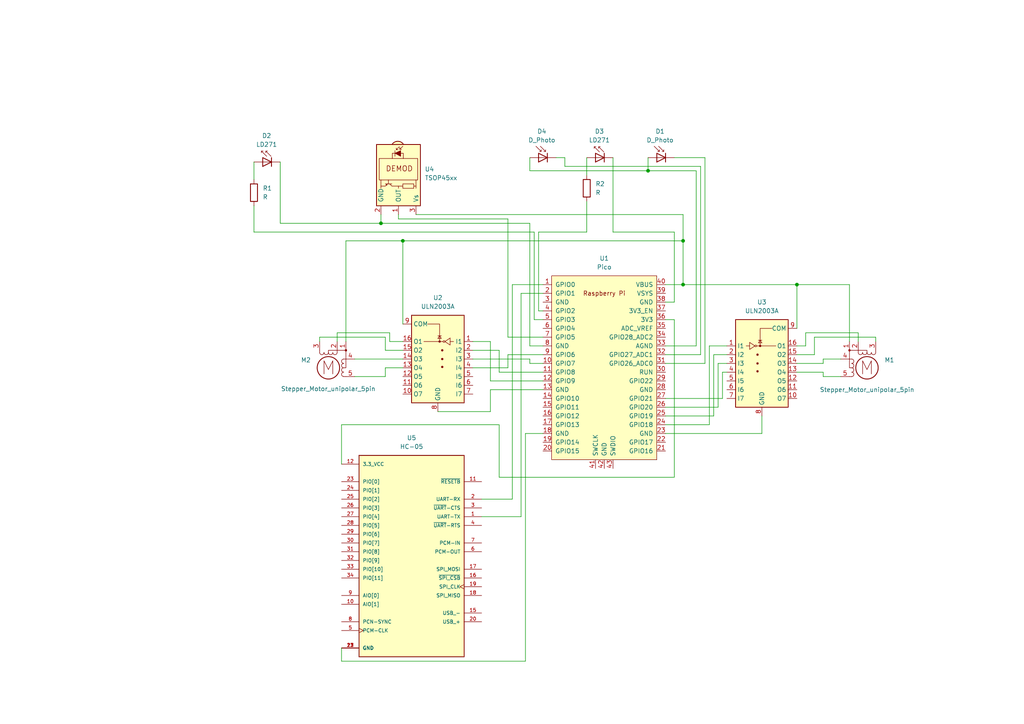
<source format=kicad_sch>
(kicad_sch (version 20231120) (generator "eeschema") (generator_version "8.0")
  (paper "A4")
  (title_block (title "Difi line follower") (date "2024-06-19") (rev "1.1") (company "SM_MasinutaSmechera") (comment 1 "SM24"))
  (lib_symbols
    (symbol "Device:D_Photo" (pin_numbers hide) (pin_names hide)
      (property "Reference" "D" (at 0.508 1.778 0))
      (property "Value" "D_Photo" (at -1.016 -2.794 0))
      (symbol "D_Photo_0_1"
        (polyline (pts (xy -2.54 1.27) (xy -2.54 -1.27)) (stroke (width 0.254)))
        (polyline (pts (xy -2.032 1.778) (xy -1.524 1.778)))
        (polyline (pts (xy 0 0) (xy -2.54 0)))
        (polyline (pts (xy -0.508 3.302) (xy -2.032 1.778) (xy -2.032 2.286)))
        (polyline (pts (xy 0 -1.27) (xy 0 1.27) (xy -2.54 0) (xy 0 -1.27)) (stroke (width 0.254)))
        (polyline (pts (xy 0.762 3.302) (xy -0.762 1.778) (xy -0.762 2.286) (xy -0.762 1.778) (xy -0.254 1.778)))
      )
      (symbol "D_Photo_1_1"
        (pin passive line (at -5.08 0 0) (length 2.54) (name "K") (number "1"))
        (pin passive line (at 2.54 0 180) (length 2.54) (name "A") (number "2"))
      )
    )
    (symbol "Device:R" (pin_numbers hide) (pin_names (offset 0))
      (property "Reference" "R" (at 2.032 0 90))
      (property "Value" "R" (at 0 0 90))
      (symbol "R_0_1"
        (rectangle (start -1.016 -2.54) (end 1.016 2.54) (stroke (width 0.254)))
      )
      (symbol "R_1_1"
        (pin passive line (at 0 3.81 270) (length 1.27) (name "~") (number "1"))
        (pin passive line (at 0 -3.81 90) (length 1.27) (name "~") (number "2"))
      )
    )
    (symbol "HC-05:HC-05" (pin_names (offset 1.016))
      (property "Reference" "U" (at -15.24 31.115 0))
      (property "Value" "HC-05" (at -15.24 -30.48 0))
      (symbol "HC-05_0_0"
        (rectangle (start -15.24 -27.94) (end 15.24 30.48) (stroke (width 0.254)) (fill (type background)))
        (pin output line (at -20.32 12.7 0) (length 5.08) (name "UART-TX") (number "1"))
        (pin bidirectional line (at 20.32 -12.7 180) (length 5.08) (name "AIO[1]") (number "10"))
        (pin input line (at -20.32 22.86 0) (length 5.08) (name "~{RESETB}") (number "11"))
        (pin power_in line (at 20.32 27.94 180) (length 5.08) (name "3.3_VCC") (number "12"))
        (pin power_in line (at 20.32 -25.4 180) (length 5.08) (name "GND") (number "13"))
        (pin bidirectional line (at -20.32 -15.24 0) (length 5.08) (name "USB_-") (number "15"))
        (pin input line (at -20.32 -5.08 0) (length 5.08) (name "~{SPI_CSB}") (number "16"))
        (pin input line (at -20.32 -2.54 0) (length 5.08) (name "SPI_MOSI") (number "17"))
        (pin output line (at -20.32 -10.16 0) (length 5.08) (name "SPI_MISO") (number "18"))
        (pin input clock (at -20.32 -7.62 0) (length 5.08) (name "SPI_CLK") (number "19"))
        (pin input line (at -20.32 17.78 0) (length 5.08) (name "UART-RX") (number "2"))
        (pin bidirectional line (at -20.32 -17.78 0) (length 5.08) (name "USB_+") (number "20"))
        (pin power_in line (at 20.32 -25.4 180) (length 5.08) (name "GND") (number "21"))
        (pin power_in line (at 20.32 -25.4 180) (length 5.08) (name "GND") (number "22"))
        (pin bidirectional line (at 20.32 22.86 180) (length 5.08) (name "PIO[0]") (number "23"))
        (pin bidirectional line (at 20.32 20.32 180) (length 5.08) (name "PIO[1]") (number "24"))
        (pin bidirectional line (at 20.32 17.78 180) (length 5.08) (name "PIO[2]") (number "25"))
        (pin bidirectional line (at 20.32 15.24 180) (length 5.08) (name "PIO[3]") (number "26"))
        (pin bidirectional line (at 20.32 12.7 180) (length 5.08) (name "PIO[4]") (number "27"))
        (pin bidirectional line (at 20.32 10.16 180) (length 5.08) (name "PIO[5]") (number "28"))
        (pin bidirectional line (at 20.32 7.62 180) (length 5.08) (name "PIO[6]") (number "29"))
        (pin input line (at -20.32 15.24 0) (length 5.08) (name "~{UART}-CTS") (number "3"))
        (pin bidirectional line (at 20.32 5.08 180) (length 5.08) (name "PIO[7]") (number "30"))
        (pin bidirectional line (at 20.32 2.54 180) (length 5.08) (name "PIO[8]") (number "31"))
        (pin bidirectional line (at 20.32 0 180) (length 5.08) (name "PIO[9]") (number "32"))
        (pin bidirectional line (at 20.32 -2.54 180) (length 5.08) (name "PIO[10]") (number "33"))
        (pin bidirectional line (at 20.32 -5.08 180) (length 5.08) (name "PIO[11]") (number "34"))
        (pin output line (at -20.32 10.16 0) (length 5.08) (name "~{UART}-RTS") (number "4"))
        (pin bidirectional clock (at 20.32 -20.32 180) (length 5.08) (name "PCM-CLK") (number "5"))
        (pin output line (at -20.32 2.54 0) (length 5.08) (name "PCM-OUT") (number "6"))
        (pin input line (at -20.32 5.08 0) (length 5.08) (name "PCM-IN") (number "7"))
        (pin bidirectional line (at 20.32 -17.78 180) (length 5.08) (name "PCN-SYNC") (number "8"))
        (pin bidirectional line (at 20.32 -10.16 180) (length 5.08) (name "AIO[0]") (number "9"))
      )
    )
    (symbol "Interface_Optical:TSOP45xx" (pin_names (offset 1.016))
      (property "Reference" "U" (at -10.16 7.62 0))
      (property "Value" "TSOP45xx" (at -10.16 -7.62 0))
      (symbol "TSOP45xx_0_0"
        (arc (start -10.287 1.397) (mid -11.0899 -0.1852) (end -10.287 -1.778) (stroke (width 0.254)) (fill (type background)))
        (polyline (pts (xy 1.905 -5.08) (xy 0.127 -5.08)))
        (polyline (pts (xy 1.905 5.08) (xy 0.127 5.08)))
        (text "DEMOD" (at -3.175 0.254 900) (effects (font (size 1.524 1.524))))
      )
      (symbol "TSOP45xx_0_1"
        (rectangle (start -6.096 5.588) (end 0.127 -5.588))
        (polyline (pts (xy -8.763 0.381) (xy -9.652 1.27)))
        (polyline (pts (xy -8.763 0.381) (xy -9.271 0.381)))
        (polyline (pts (xy -8.763 0.381) (xy -8.763 0.889)))
        (polyline (pts (xy -8.636 -0.635) (xy -9.525 0.254)))
        (polyline (pts (xy -8.636 -0.635) (xy -9.144 -0.635)))
        (polyline (pts (xy -8.636 -0.635) (xy -8.636 -0.127)))
        (polyline (pts (xy -8.382 -1.016) (xy -6.731 -1.016)))
        (polyline (pts (xy 1.27 -2.921) (xy 0.127 -2.921)))
        (polyline (pts (xy 1.27 -1.905) (xy 1.27 -3.81)))
        (polyline (pts (xy 1.397 -3.556) (xy 1.524 -3.556)))
        (polyline (pts (xy 1.651 -3.556) (xy 1.524 -3.556)))
        (polyline (pts (xy 1.651 -3.556) (xy 1.651 -3.302)))
        (polyline (pts (xy 1.905 0) (xy 1.905 1.27)))
        (polyline (pts (xy 1.905 4.445) (xy 1.905 5.08) (xy 2.54 5.08)))
        (polyline (pts (xy -8.382 0.635) (xy -6.731 0.635) (xy -7.62 -1.016) (xy -8.382 0.635)) (fill (type outline)))
        (polyline (pts (xy -6.096 1.397) (xy -7.62 1.397) (xy -7.62 -1.778) (xy -6.096 -1.778)))
        (polyline (pts (xy 1.27 -3.175) (xy 1.905 -3.81) (xy 1.905 -5.08) (xy 2.54 -5.08)))
        (polyline (pts (xy 1.27 -2.54) (xy 1.905 -1.905) (xy 1.905 0) (xy 2.54 0)))
        (rectangle (start 2.54 1.27) (end 1.27 4.445))
        (rectangle (start 7.62 6.35) (end -10.16 -6.35) (stroke (width 0.254)) (fill (type background)))
      )
      (symbol "TSOP45xx_1_1"
        (pin output line (at 10.16 0 180) (length 2.54) (name "OUT") (number "1"))
        (pin power_in line (at 10.16 -5.08 180) (length 2.54) (name "GND") (number "2"))
        (pin power_in line (at 10.16 5.08 180) (length 2.54) (name "Vs") (number "3"))
      )
    )
    (symbol "LED:LD271" (pin_numbers hide) (pin_names (offset 1.016) hide)
      (property "Reference" "D" (at 0.508 1.778 0))
      (property "Value" "LD271" (at -1.016 -2.794 0))
      (symbol "LD271_0_1"
        (polyline (pts (xy -2.54 1.27) (xy -2.54 -1.27)) (stroke (width 0.254)))
        (polyline (pts (xy 0 0) (xy -2.54 0)))
        (polyline (pts (xy 0.381 3.175) (xy -0.127 3.175)))
        (polyline (pts (xy -1.143 1.651) (xy 0.381 3.175) (xy 0.381 2.667)))
        (polyline (pts (xy 0 -1.27) (xy -2.54 0) (xy 0 1.27) (xy 0 -1.27)) (stroke (width 0.254)))
        (polyline (pts (xy -2.413 1.651) (xy -0.889 3.175) (xy -0.889 2.667) (xy -0.889 3.175) (xy -1.397 3.175)))
      )
      (symbol "LD271_1_1"
        (pin passive line (at -5.08 0 0) (length 2.54) (name "K") (number "1"))
        (pin passive line (at 2.54 0 180) (length 2.54) (name "A") (number "2"))
      )
    )
    (symbol "MCU_RaspberryPi_and_Boards:Pico" (pin_names (offset 1.016))
      (property "Reference" "U" (at -13.97 27.94 0))
      (property "Value" "Pico" (at 0 19.05 0))
      (symbol "Pico_0_0"
        (text "Raspberry Pi" (at 0 21.59 0) (effects (font (size 1.27 1.27))))
      )
      (symbol "Pico_0_1"
        (rectangle (start -15.24 26.67) (end 15.24 -26.67) (fill (type background)))
      )
      (symbol "Pico_1_1"
        (pin bidirectional line (at -17.78 24.13 0) (length 2.54) (name "GPIO0") (number "1"))
        (pin bidirectional line (at -17.78 1.27 0) (length 2.54) (name "GPIO7") (number "10"))
        (pin bidirectional line (at -17.78 -1.27 0) (length 2.54) (name "GPIO8") (number "11"))
        (pin bidirectional line (at -17.78 -3.81 0) (length 2.54) (name "GPIO9") (number "12"))
        (pin power_in line (at -17.78 -6.35 0) (length 2.54) (name "GND") (number "13"))
        (pin bidirectional line (at -17.78 -8.89 0) (length 2.54) (name "GPIO10") (number "14"))
        (pin bidirectional line (at -17.78 -11.43 0) (length 2.54) (name "GPIO11") (number "15"))
        (pin bidirectional line (at -17.78 -13.97 0) (length 2.54) (name "GPIO12") (number "16"))
        (pin bidirectional line (at -17.78 -16.51 0) (length 2.54) (name "GPIO13") (number "17"))
        (pin power_in line (at -17.78 -19.05 0) (length 2.54) (name "GND") (number "18"))
        (pin bidirectional line (at -17.78 -21.59 0) (length 2.54) (name "GPIO14") (number "19"))
        (pin bidirectional line (at -17.78 21.59 0) (length 2.54) (name "GPIO1") (number "2"))
        (pin bidirectional line (at -17.78 -24.13 0) (length 2.54) (name "GPIO15") (number "20"))
        (pin bidirectional line (at 17.78 -24.13 180) (length 2.54) (name "GPIO16") (number "21"))
        (pin bidirectional line (at 17.78 -21.59 180) (length 2.54) (name "GPIO17") (number "22"))
        (pin power_in line (at 17.78 -19.05 180) (length 2.54) (name "GND") (number "23"))
        (pin bidirectional line (at 17.78 -16.51 180) (length 2.54) (name "GPIO18") (number "24"))
        (pin bidirectional line (at 17.78 -13.97 180) (length 2.54) (name "GPIO19") (number "25"))
        (pin bidirectional line (at 17.78 -11.43 180) (length 2.54) (name "GPIO20") (number "26"))
        (pin bidirectional line (at 17.78 -8.89 180) (length 2.54) (name "GPIO21") (number "27"))
        (pin power_in line (at 17.78 -6.35 180) (length 2.54) (name "GND") (number "28"))
        (pin bidirectional line (at 17.78 -3.81 180) (length 2.54) (name "GPIO22") (number "29"))
        (pin power_in line (at -17.78 19.05 0) (length 2.54) (name "GND") (number "3"))
        (pin input line (at 17.78 -1.27 180) (length 2.54) (name "RUN") (number "30"))
        (pin bidirectional line (at 17.78 1.27 180) (length 2.54) (name "GPIO26_ADC0") (number "31"))
        (pin bidirectional line (at 17.78 3.81 180) (length 2.54) (name "GPIO27_ADC1") (number "32"))
        (pin power_in line (at 17.78 6.35 180) (length 2.54) (name "AGND") (number "33"))
        (pin bidirectional line (at 17.78 8.89 180) (length 2.54) (name "GPIO28_ADC2") (number "34"))
        (pin unspecified line (at 17.78 11.43 180) (length 2.54) (name "ADC_VREF") (number "35"))
        (pin unspecified line (at 17.78 13.97 180) (length 2.54) (name "3V3") (number "36"))
        (pin input line (at 17.78 16.51 180) (length 2.54) (name "3V3_EN") (number "37"))
        (pin bidirectional line (at 17.78 19.05 180) (length 2.54) (name "GND") (number "38"))
        (pin unspecified line (at 17.78 21.59 180) (length 2.54) (name "VSYS") (number "39"))
        (pin bidirectional line (at -17.78 16.51 0) (length 2.54) (name "GPIO2") (number "4"))
        (pin unspecified line (at 17.78 24.13 180) (length 2.54) (name "VBUS") (number "40"))
        (pin input line (at -2.54 -29.21 90) (length 2.54) (name "SWCLK") (number "41"))
        (pin power_in line (at 0 -29.21 90) (length 2.54) (name "GND") (number "42"))
        (pin bidirectional line (at 2.54 -29.21 90) (length 2.54) (name "SWDIO") (number "43"))
        (pin bidirectional line (at -17.78 13.97 0) (length 2.54) (name "GPIO3") (number "5"))
        (pin bidirectional line (at -17.78 11.43 0) (length 2.54) (name "GPIO4") (number "6"))
        (pin bidirectional line (at -17.78 8.89 0) (length 2.54) (name "GPIO5") (number "7"))
        (pin power_in line (at -17.78 6.35 0) (length 2.54) (name "GND") (number "8"))
        (pin bidirectional line (at -17.78 3.81 0) (length 2.54) (name "GPIO6") (number "9"))
      )
    )
    (symbol "Motor:Stepper_Motor_unipolar_5pin" (pin_names (offset 0) hide)
      (property "Reference" "M" (at 3.81 2.54 0))
      (property "Value" "Stepper_Motor_unipolar_5pin" (at 3.81 1.27 0))
      (symbol "Stepper_Motor_unipolar_5pin_0_0"
        (polyline (pts (xy -1.27 -1.778) (xy -1.27 2.032) (xy 0 -0.508) (xy 1.27 2.032) (xy 1.27 -1.778)))
      )
      (symbol "Stepper_Motor_unipolar_5pin_0_1"
        (circle (center -5.08 5.08) (radius 0.0001) (fill (type outline)))
        (circle (center -5.08 5.08) (radius 0.254) (fill (type outline)))
        (arc (start -4.445 -2.54) (mid -3.8127 -1.905) (end -4.445 -1.27))
        (arc (start -4.445 -1.27) (mid -3.8127 -0.635) (end -4.445 0))
        (arc (start -4.445 0) (mid -3.8127 0.635) (end -4.445 1.27))
        (arc (start -4.445 1.27) (mid -3.8127 1.905) (end -4.445 2.54))
        (arc (start -2.54 4.445) (mid -1.905 3.8127) (end -1.27 4.445))
        (arc (start -1.27 4.445) (mid -0.635 3.8127) (end 0 4.445))
        (polyline (pts (xy -5.08 -2.54) (xy -4.445 -2.54)))
        (polyline (pts (xy -5.08 2.54) (xy -4.445 2.54)))
        (polyline (pts (xy -2.54 4.445) (xy -2.54 5.08)))
        (polyline (pts (xy 2.54 4.445) (xy 2.54 5.08)))
        (polyline (pts (xy -5.08 5.08) (xy -5.08 0) (xy -4.445 0)))
        (polyline (pts (xy 0 4.445) (xy 0 5.08) (xy -5.08 5.08)))
        (circle (center 0 0) (radius 3.2512) (stroke (width 0.254)))
        (arc (start 0 4.445) (mid 0.635 3.8127) (end 1.27 4.445))
        (arc (start 1.27 4.445) (mid 1.905 3.8127) (end 2.54 4.445))
      )
      (symbol "Stepper_Motor_unipolar_5pin_1_1"
        (pin passive line (at -5.08 7.62 270) (length 2.54) (name "~") (number "1"))
        (pin passive line (at -2.54 7.62 270) (length 2.54) (name "~") (number "2"))
        (pin passive line (at 2.54 7.62 270) (length 2.54) (name "-") (number "3"))
        (pin passive line (at -7.62 2.54 0) (length 2.54) (name "~") (number "4"))
        (pin passive line (at -7.62 -2.54 0) (length 2.54) (name "~") (number "5"))
      )
    )
    (symbol "Transistor_Array:ULN2003A"
      (property "Reference" "U" (at 0 15.875 0))
      (property "Value" "ULN2003A" (at 0 13.97 0))
      (symbol "ULN2003A_0_1"
        (rectangle (start -7.62 -12.7) (end 7.62 12.7) (stroke (width 0.254)) (fill (type background)))
        (circle (center -1.778 5.08) (radius 0.254))
        (circle (center -1.27 -2.286) (radius 0.254) (fill (type outline)))
        (circle (center -1.27 0) (radius 0.254) (fill (type outline)))
        (circle (center -1.27 2.54) (radius 0.254) (fill (type outline)))
        (circle (center -0.508 5.08) (radius 0.254) (fill (type outline)))
        (polyline (pts (xy -4.572 5.08) (xy -3.556 5.08)))
        (polyline (pts (xy -1.524 5.08) (xy 4.064 5.08)))
        (polyline (pts (xy 0 6.731) (xy -1.016 6.731)))
        (polyline (pts (xy -0.508 5.08) (xy -0.508 10.16) (xy 2.921 10.16)))
        (polyline (pts (xy -3.556 6.096) (xy -3.556 4.064) (xy -2.032 5.08) (xy -3.556 6.096)))
        (polyline (pts (xy 0 5.969) (xy -1.016 5.969) (xy -0.508 6.731) (xy 0 5.969)))
      )
      (symbol "ULN2003A_1_1"
        (pin input line (at -10.16 5.08 0) (length 2.54) (name "I1") (number "1"))
        (pin open_collector line (at 10.16 -10.16 180) (length 2.54) (name "O7") (number "10"))
        (pin open_collector line (at 10.16 -7.62 180) (length 2.54) (name "O6") (number "11"))
        (pin open_collector line (at 10.16 -5.08 180) (length 2.54) (name "O5") (number "12"))
        (pin open_collector line (at 10.16 -2.54 180) (length 2.54) (name "O4") (number "13"))
        (pin open_collector line (at 10.16 0 180) (length 2.54) (name "O3") (number "14"))
        (pin open_collector line (at 10.16 2.54 180) (length 2.54) (name "O2") (number "15"))
        (pin open_collector line (at 10.16 5.08 180) (length 2.54) (name "O1") (number "16"))
        (pin input line (at -10.16 2.54 0) (length 2.54) (name "I2") (number "2"))
        (pin input line (at -10.16 0 0) (length 2.54) (name "I3") (number "3"))
        (pin input line (at -10.16 -2.54 0) (length 2.54) (name "I4") (number "4"))
        (pin input line (at -10.16 -5.08 0) (length 2.54) (name "I5") (number "5"))
        (pin input line (at -10.16 -7.62 0) (length 2.54) (name "I6") (number "6"))
        (pin input line (at -10.16 -10.16 0) (length 2.54) (name "I7") (number "7"))
        (pin power_in line (at 0 -15.24 90) (length 2.54) (name "GND") (number "8"))
        (pin passive line (at 10.16 10.16 180) (length 2.54) (name "COM") (number "9"))
      )
    )
  )
  (junction (at 187.96 49.53))
  (junction (at 116.84 69.85))
  (junction (at 110.49 64.77))
  (junction (at 231.14 82.55))
  (junction (at 198.12 82.55))
  (junction (at 198.12 69.85))
  (wire (pts (xy 231.14 82.55) (xy 231.14 95.25)))
  (wire (pts (xy 170.18 67.31) (xy 170.18 58.42)))
  (wire (pts (xy 205.74 100.33) (xy 210.82 100.33)))
  (wire (pts (xy 99.06 191.77) (xy 99.06 187.96)))
  (wire (pts (xy 144.78 123.19) (xy 144.78 138.43)))
  (wire (pts (xy 144.78 101.6) (xy 137.16 101.6)))
  (wire (pts (xy 110.49 64.77) (xy 153.67 64.77)))
  (wire (pts (xy 111.76 106.68) (xy 116.84 106.68)))
  (wire (pts (xy 170.18 45.72) (xy 170.18 50.8)))
  (wire (pts (xy 195.58 87.63) (xy 193.04 87.63)))
  (wire (pts (xy 127 119.38) (xy 142.24 119.38)))
  (wire (pts (xy 144.78 138.43) (xy 195.58 138.43)))
  (wire (pts (xy 233.68 100.33) (xy 231.14 100.33)))
  (wire (pts (xy 204.47 105.41) (xy 204.47 45.72)))
  (wire (pts (xy 163.83 45.72) (xy 161.29 45.72)))
  (wire (pts (xy 203.2 48.26) (xy 163.83 48.26)))
  (wire (pts (xy 148.59 82.55) (xy 148.59 144.78)))
  (wire (pts (xy 113.03 99.06) (xy 113.03 96.52)))
  (wire (pts (xy 233.68 96.52) (xy 233.68 100.33)))
  (wire (pts (xy 193.04 105.41) (xy 204.47 105.41)))
  (wire (pts (xy 195.58 138.43) (xy 195.58 92.71)))
  (wire (pts (xy 157.48 125.73) (xy 152.4 125.73)))
  (wire (pts (xy 147.32 102.87) (xy 147.32 106.68)))
  (wire (pts (xy 236.22 97.79) (xy 236.22 102.87)))
  (wire (pts (xy 243.84 104.14) (xy 238.76 104.14)))
  (wire (pts (xy 209.55 115.57) (xy 209.55 107.95)))
  (wire (pts (xy 208.28 118.11) (xy 208.28 105.41)))
  (wire (pts (xy 157.48 105.41) (xy 153.67 105.41)))
  (wire (pts (xy 99.06 134.62) (xy 99.06 123.19)))
  (wire (pts (xy 153.67 45.72) (xy 153.67 49.53)))
  (wire (pts (xy 147.32 63.5) (xy 115.57 63.5)))
  (wire (pts (xy 100.33 99.06) (xy 100.33 69.85)))
  (wire (pts (xy 201.93 49.53) (xy 201.93 100.33)))
  (wire (pts (xy 193.04 118.11) (xy 208.28 118.11)))
  (wire (pts (xy 110.49 62.23) (xy 110.49 64.77)))
  (wire (pts (xy 116.84 101.6) (xy 111.76 101.6)))
  (wire (pts (xy 116.84 69.85) (xy 198.12 69.85)))
  (wire (pts (xy 248.92 99.06) (xy 248.92 96.52)))
  (wire (pts (xy 193.04 115.57) (xy 209.55 115.57)))
  (wire (pts (xy 157.48 110.49) (xy 142.24 110.49)))
  (wire (pts (xy 193.04 123.19) (xy 205.74 123.19)))
  (wire (pts (xy 177.8 67.31) (xy 195.58 67.31)))
  (wire (pts (xy 152.4 125.73) (xy 152.4 191.77)))
  (wire (pts (xy 193.04 120.65) (xy 207.01 120.65)))
  (wire (pts (xy 238.76 104.14) (xy 238.76 105.41)))
  (wire (pts (xy 111.76 97.79) (xy 92.71 97.79)))
  (wire (pts (xy 157.48 97.79) (xy 147.32 97.79)))
  (wire (pts (xy 92.71 97.79) (xy 92.71 99.06)))
  (wire (pts (xy 207.01 120.65) (xy 207.01 102.87)))
  (wire (pts (xy 236.22 102.87) (xy 231.14 102.87)))
  (wire (pts (xy 187.96 49.53) (xy 201.93 49.53)))
  (wire (pts (xy 142.24 119.38) (xy 142.24 113.03)))
  (wire (pts (xy 147.32 97.79) (xy 147.32 63.5)))
  (wire (pts (xy 248.92 96.52) (xy 233.68 96.52)))
  (wire (pts (xy 157.48 107.95) (xy 144.78 107.95)))
  (wire (pts (xy 81.28 46.99) (xy 81.28 64.77)))
  (wire (pts (xy 151.13 85.09) (xy 151.13 149.86)))
  (wire (pts (xy 153.67 104.14) (xy 137.16 104.14)))
  (wire (pts (xy 116.84 99.06) (xy 113.03 99.06)))
  (wire (pts (xy 205.74 123.19) (xy 205.74 100.33)))
  (wire (pts (xy 246.38 82.55) (xy 231.14 82.55)))
  (wire (pts (xy 157.48 102.87) (xy 147.32 102.87)))
  (wire (pts (xy 154.94 67.31) (xy 73.66 67.31)))
  (wire (pts (xy 142.24 110.49) (xy 142.24 99.06)))
  (wire (pts (xy 73.66 67.31) (xy 73.66 59.69)))
  (wire (pts (xy 198.12 69.85) (xy 198.12 82.55)))
  (wire (pts (xy 157.48 90.17) (xy 156.21 90.17)))
  (wire (pts (xy 209.55 107.95) (xy 210.82 107.95)))
  (wire (pts (xy 193.04 102.87) (xy 203.2 102.87)))
  (wire (pts (xy 144.78 107.95) (xy 144.78 101.6)))
  (wire (pts (xy 120.65 62.23) (xy 198.12 62.23)))
  (wire (pts (xy 148.59 144.78) (xy 139.7 144.78)))
  (wire (pts (xy 102.87 104.14) (xy 116.84 104.14)))
  (wire (pts (xy 153.67 49.53) (xy 187.96 49.53)))
  (wire (pts (xy 116.84 93.98) (xy 116.84 69.85)))
  (wire (pts (xy 238.76 107.95) (xy 231.14 107.95)))
  (wire (pts (xy 73.66 46.99) (xy 73.66 52.07)))
  (wire (pts (xy 157.48 92.71) (xy 154.94 92.71)))
  (wire (pts (xy 157.48 82.55) (xy 148.59 82.55)))
  (wire (pts (xy 142.24 99.06) (xy 137.16 99.06)))
  (wire (pts (xy 97.79 96.52) (xy 97.79 99.06)))
  (wire (pts (xy 153.67 64.77) (xy 153.67 100.33)))
  (wire (pts (xy 99.06 123.19) (xy 144.78 123.19)))
  (wire (pts (xy 111.76 109.22) (xy 111.76 106.68)))
  (wire (pts (xy 142.24 113.03) (xy 157.48 113.03)))
  (wire (pts (xy 238.76 109.22) (xy 238.76 107.95)))
  (wire (pts (xy 254 97.79) (xy 236.22 97.79)))
  (wire (pts (xy 203.2 102.87) (xy 203.2 48.26)))
  (wire (pts (xy 153.67 100.33) (xy 157.48 100.33)))
  (wire (pts (xy 157.48 85.09) (xy 151.13 85.09)))
  (wire (pts (xy 193.04 125.73) (xy 220.98 125.73)))
  (wire (pts (xy 177.8 45.72) (xy 177.8 67.31)))
  (wire (pts (xy 156.21 90.17) (xy 156.21 67.31)))
  (wire (pts (xy 198.12 62.23) (xy 198.12 69.85)))
  (wire (pts (xy 102.87 109.22) (xy 111.76 109.22)))
  (wire (pts (xy 151.13 149.86) (xy 139.7 149.86)))
  (wire (pts (xy 147.32 106.68) (xy 137.16 106.68)))
  (wire (pts (xy 156.21 67.31) (xy 170.18 67.31)))
  (wire (pts (xy 246.38 99.06) (xy 246.38 82.55)))
  (wire (pts (xy 115.57 62.23) (xy 115.57 63.5)))
  (wire (pts (xy 195.58 67.31) (xy 195.58 87.63)))
  (wire (pts (xy 152.4 191.77) (xy 99.06 191.77)))
  (wire (pts (xy 187.96 45.72) (xy 187.96 49.53)))
  (wire (pts (xy 208.28 105.41) (xy 210.82 105.41)))
  (wire (pts (xy 154.94 92.71) (xy 154.94 67.31)))
  (wire (pts (xy 113.03 96.52) (xy 97.79 96.52)))
  (wire (pts (xy 195.58 92.71) (xy 193.04 92.71)))
  (wire (pts (xy 198.12 82.55) (xy 193.04 82.55)))
  (wire (pts (xy 220.98 120.65) (xy 220.98 125.73)))
  (wire (pts (xy 243.84 109.22) (xy 238.76 109.22)))
  (wire (pts (xy 111.76 101.6) (xy 111.76 97.79)))
  (wire (pts (xy 100.33 69.85) (xy 116.84 69.85)))
  (wire (pts (xy 231.14 82.55) (xy 198.12 82.55)))
  (wire (pts (xy 81.28 64.77) (xy 110.49 64.77)))
  (wire (pts (xy 238.76 105.41) (xy 231.14 105.41)))
  (wire (pts (xy 207.01 102.87) (xy 210.82 102.87)))
  (wire (pts (xy 163.83 48.26) (xy 163.83 45.72)))
  (wire (pts (xy 153.67 105.41) (xy 153.67 104.14)))
  (wire (pts (xy 195.58 45.72) (xy 204.47 45.72)))
  (wire (pts (xy 201.93 100.33) (xy 193.04 100.33)))
  (wire (pts (xy 254 99.06) (xy 254 97.79)))
  (symbol (lib_id "Transistor_Array:ULN2003A") (at 220.98 105.41 0) (unit 1)
    (property "Reference" "U3" (at 220.98 87.63 0))
    (property "Value" "ULN2003A" (at 220.98 90.17 0))
    (property "Datasheet" "http://www.ti.com/lit/ds/symlink/uln2003a.pdf" (effects (hide yes)))
    (property "Description" "High Voltage, High Current Darlington Transistor Arrays, SOIC16/SOIC16W/DIP16/TSSOP16" (effects (hide yes)))
  )
  (symbol (lib_id "Motor:Stepper_Motor_unipolar_5pin") (at 251.46 106.68 0) (unit 1)
    (property "Reference" "M1" (at 256.54 104.432 0) (effects (justify left)))
    (property "Value" "Stepper_Motor_unipolar_5pin" (at 237.744 113.03 0) (effects (justify left)))
    (property "Datasheet" "http://www.infineon.com/dgdl/Application-Note-TLE8110EE_driving_UniPolarStepperMotor_V1.1.pdf?fileId=db3a30431be39b97011be5d0aa0a00b0" (effects (hide yes)))
    (property "Description" "5-wire unipolar stepper motor" (effects (hide yes)))
  )
  (symbol (lib_id "Device:R") (at 73.66 55.88 0) (unit 1)
    (property "Reference" "R1" (at 76.2 54.6099 0) (effects (justify left)))
    (property "Value" "R" (at 76.2 57.1499 0) (effects (justify left)))
    (property "Description" "Resistor" (effects (hide yes)))
  )
  (symbol (lib_id "Device:D_Photo") (at 190.5 45.72 0) (mirror y) (unit 1)
    (property "Reference" "D1" (at 191.4525 38.1 0))
    (property "Value" "D_Photo" (at 191.4525 40.64 0))
    (property "Description" "Photodiode" (effects (hide yes)))
  )
  (symbol (lib_id "Device:D_Photo") (at 156.21 45.72 0) (mirror y) (unit 1)
    (property "Reference" "D4" (at 157.1625 38.1 0))
    (property "Value" "D_Photo" (at 157.1625 40.64 0))
    (property "Description" "Photodiode" (effects (hide yes)))
  )
  (symbol (lib_id "HC-05:HC-05") (at 119.38 162.56 0) (mirror y) (unit 1)
    (property "Reference" "U5" (at 119.38 127 0))
    (property "Value" "HC-05" (at 119.38 129.54 0))
    (property "Footprint" "HC-05:XCVR_HC-05" (effects (hide yes)))
    (property "MF" "ITead Studio" (effects (hide yes)))
    (property "Description_1" "\nBluetooth to Serial Port Module\n" (effects (hide yes)))
    (property "Package" "Module ITead Studio" (effects (hide yes)))
    (property "Price" "None" (effects (hide yes)))
    (property "STANDARD" "Manufacturer Recommendations" (effects (hide yes)))
    (property "PARTREV" "v1.0" (effects (hide yes)))
    (property "SnapEDA_Link" "https://www.snapeda.com/parts/HC-05/ITead+Studio/view-part/?ref=snap" (effects (hide yes)))
    (property "MP" "HC-05" (effects (hide yes)))
    (property "Availability" "Not in stock" (effects (hide yes)))
    (property "Check_prices" "https://www.snapeda.com/parts/HC-05/ITead+Studio/view-part/?ref=eda" (effects (hide yes)))
  )
  (symbol (lib_id "Interface_Optical:TSOP45xx") (at 115.57 52.07 270) (unit 1)
    (property "Reference" "U4" (at 123.19 49.0649 90) (effects (justify left)))
    (property "Value" "TSOP45xx" (at 123.19 51.6049 90) (effects (justify left)))
    (property "Footprint" "OptoDevice:Vishay_MOLD-3Pin" (effects (hide yes)))
    (property "Datasheet" "http://www.vishay.com/docs/82460/tsop45.pdf" (effects (hide yes)))
    (property "Description" "IR Receiver Modules for Remote Control Systems" (effects (hide yes)))
  )
  (symbol (lib_id "MCU_RaspberryPi_and_Boards:Pico") (at 175.26 106.68 0) (unit 1)
    (property "Reference" "U1" (at 175.26 74.93 0))
    (property "Value" "Pico" (at 175.26 77.47 0))
    (property "Footprint" "RPi_Pico:RPi_Pico_SMD_TH" (effects (hide yes)))
  )
  (symbol (lib_id "LED:LD271") (at 172.72 45.72 0) (mirror y) (unit 1)
    (property "Reference" "D3" (at 173.863 38.1 0))
    (property "Value" "LD271" (at 173.863 40.64 0))
    (property "Footprint" "LED_THT:LED_D5.0mm_IRGrey" (effects (hide yes)))
    (property "Datasheet" "http://www.alliedelec.com/m/d/40788c34903a719969df15f1fbea1056.pdf" (effects (hide yes)))
    (property "Description" "940nm IR-LED, 5mm" (effects (hide yes)))
  )
  (symbol (lib_id "Motor:Stepper_Motor_unipolar_5pin") (at 95.25 106.68 0) (mirror y) (unit 1)
    (property "Reference" "M2" (at 90.17 104.432 0) (effects (justify left)))
    (property "Value" "Stepper_Motor_unipolar_5pin" (at 108.966 112.776 0) (effects (justify left)))
    (property "Datasheet" "http://www.infineon.com/dgdl/Application-Note-TLE8110EE_driving_UniPolarStepperMotor_V1.1.pdf?fileId=db3a30431be39b97011be5d0aa0a00b0" (effects (hide yes)))
    (property "Description" "5-wire unipolar stepper motor" (effects (hide yes)))
  )
  (symbol (lib_id "LED:LD271") (at 76.2 46.99 0) (mirror y) (unit 1)
    (property "Reference" "D2" (at 77.343 39.37 0))
    (property "Value" "LD271" (at 77.343 41.91 0))
    (property "Footprint" "LED_THT:LED_D5.0mm_IRGrey" (effects (hide yes)))
    (property "Datasheet" "http://www.alliedelec.com/m/d/40788c34903a719969df15f1fbea1056.pdf" (effects (hide yes)))
    (property "Description" "940nm IR-LED, 5mm" (effects (hide yes)))
  )
  (symbol (lib_id "Device:R") (at 170.18 54.61 0) (unit 1)
    (property "Reference" "R2" (at 172.72 53.3399 0) (effects (justify left)))
    (property "Value" "R" (at 172.72 55.8799 0) (effects (justify left)))
    (property "Description" "Resistor" (effects (hide yes)))
  )
  (symbol (lib_id "Transistor_Array:ULN2003A") (at 127 104.14 0) (mirror y) (unit 1)
    (property "Reference" "U2" (at 127 86.36 0))
    (property "Value" "ULN2003A" (at 127 88.9 0))
    (property "Datasheet" "http://www.ti.com/lit/ds/symlink/uln2003a.pdf" (effects (hide yes)))
    (property "Description" "High Voltage, High Current Darlington Transistor Arrays, SOIC16/SOIC16W/DIP16/TSSOP16" (effects (hide yes)))
  )
)
</source>
